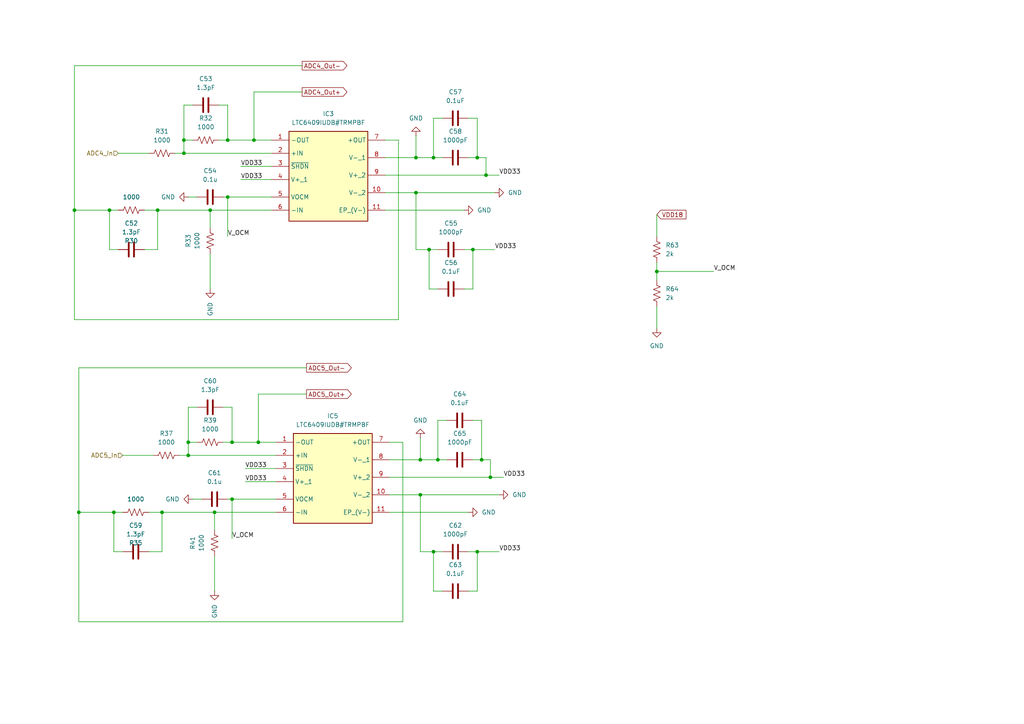
<source format=kicad_sch>
(kicad_sch (version 20231120) (generator "eeschema") (generator_version "8.0")
  (paper "A4")
  (lib_symbols
    (symbol "Device:C" (pin_numbers hide) (pin_names (offset 0.254))
      (property "Reference" "C" (at 0.635 2.54 0))
      (property "Value" "C" (at 0.635 -2.54 0))
      (symbol "C_0_1"
        (polyline (pts (xy -2.032 -0.762) (xy 2.032 -0.762)) (stroke (width 0.508)))
        (polyline (pts (xy -2.032 0.762) (xy 2.032 0.762)) (stroke (width 0.508)))
      )
      (symbol "C_1_1"
        (pin passive line (at 0 3.81 270) (length 2.794) (name "~") (number "1"))
        (pin passive line (at 0 -3.81 90) (length 2.794) (name "~") (number "2"))
      )
    )
    (symbol "Device:R_US" (pin_numbers hide) (pin_names (offset 0))
      (property "Reference" "R" (at 2.54 0 90))
      (property "Value" "R_US" (at -2.54 0 90))
      (symbol "R_US_0_1"
        (polyline (pts (xy 0 -2.286) (xy 0 -2.54)))
        (polyline (pts (xy 0 2.286) (xy 0 2.54)))
        (polyline (pts (xy 0 -0.762) (xy 1.016 -1.143) (xy 0 -1.524) (xy -1.016 -1.905) (xy 0 -2.286)))
        (polyline (pts (xy 0 0.762) (xy 1.016 0.381) (xy 0 0) (xy -1.016 -0.381) (xy 0 -0.762)))
        (polyline (pts (xy 0 2.286) (xy 1.016 1.905) (xy 0 1.524) (xy -1.016 1.143) (xy 0 0.762)))
      )
      (symbol "R_US_1_1"
        (pin passive line (at 0 3.81 270) (length 1.27) (name "~") (number "1"))
        (pin passive line (at 0 -3.81 90) (length 1.27) (name "~") (number "2"))
      )
    )
    (symbol "LTC6409IUDB#TRMPBF_1"
      (property "Reference" "IC" (at 53.34 0 0))
      (property "Value" "LTC6409IUDB#TRMPBF" (at 29.21 1.27 0))
      (symbol "LTC6409IUDB#TRMPBF_1_1_1"
        (rectangle (start 5.08 2.54) (end 27.94 -23.495) (stroke (width 0.254)) (fill (type background)))
        (pin passive line (at 0 0 0) (length 5.08) (name "-OUT") (number "1"))
        (pin passive line (at 33.02 -15.24 180) (length 5.08) (name "V-_2") (number "10"))
        (pin passive line (at 33.02 -20.32 180) (length 5.08) (name "EP_(V-)") (number "11"))
        (pin passive line (at 0 -3.81 0) (length 5.08) (name "+IN") (number "2"))
        (pin passive line (at 0 -7.62 0) (length 5.08) (name "~{SHDN}") (number "3"))
        (pin passive line (at 0 -11.43 0) (length 5.08) (name "V+_1") (number "4"))
        (pin passive line (at 0 -16.51 0) (length 5.08) (name "VOCM") (number "5"))
        (pin passive line (at 0 -20.32 0) (length 5.08) (name "-IN") (number "6"))
        (pin passive line (at 33.02 0 180) (length 5.08) (name "+OUT") (number "7"))
        (pin passive line (at 33.02 -5.08 180) (length 5.08) (name "V-_1") (number "8"))
        (pin passive line (at 33.02 -10.16 180) (length 5.08) (name "V+_2") (number "9"))
      )
    )
    (symbol "power:GND" (power) (pin_numbers hide) (pin_names (offset 0) hide)
      (property "Value" "GND" (at 0 -3.81 0))
      (symbol "GND_0_1"
        (polyline (pts (xy 0 0) (xy 0 -1.27) (xy 1.27 -1.27) (xy 0 -2.54) (xy -1.27 -1.27) (xy 0 -1.27)))
      )
      (symbol "GND_1_1"
        (pin power_in line (at 0 0 270) (length 0) (name "~") (number "1"))
      )
    )
  )
  (junction (at 125.73 45.72))
  (junction (at 22.86 148.59))
  (junction (at 33.02 148.59))
  (junction (at 121.92 133.35))
  (junction (at 53.34 40.64))
  (junction (at 127 133.35))
  (junction (at 62.23 148.59))
  (junction (at 67.31 144.78))
  (junction (at 21.59 60.96))
  (junction (at 66.04 40.64))
  (junction (at 121.92 143.51))
  (junction (at 190.5 78.74))
  (junction (at 120.65 55.88))
  (junction (at 73.66 40.64))
  (junction (at 46.99 148.59))
  (junction (at 74.93 128.27))
  (junction (at 53.34 44.45))
  (junction (at 54.61 132.08))
  (junction (at 67.31 128.27))
  (junction (at 125.73 160.02))
  (junction (at 139.7 133.35))
  (junction (at 124.46 72.39))
  (junction (at 31.75 60.96))
  (junction (at 54.61 128.27))
  (junction (at 120.65 45.72))
  (junction (at 66.04 57.15))
  (junction (at 138.43 45.72))
  (junction (at 45.72 60.96))
  (junction (at 140.97 50.8))
  (junction (at 60.96 60.96))
  (junction (at 137.16 72.39))
  (junction (at 142.24 138.43))
  (junction (at 138.43 160.02))
  (wire (pts (xy 121.92 143.51) (xy 121.92 160.02)))
  (wire (pts (xy 125.73 171.45) (xy 125.73 160.02)))
  (wire (pts (xy 120.65 55.88) (xy 120.65 72.39)))
  (wire (pts (xy 125.73 34.29) (xy 125.73 45.72)))
  (wire (pts (xy 140.97 50.8) (xy 144.78 50.8)))
  (wire (pts (xy 121.92 127) (xy 121.92 133.35)))
  (wire (pts (xy 54.61 118.11) (xy 57.15 118.11)))
  (wire (pts (xy 66.04 57.15) (xy 66.04 68.58)))
  (wire (pts (xy 62.23 171.45) (xy 62.23 161.29)))
  (wire (pts (xy 21.59 60.96) (xy 21.59 19.05)))
  (wire (pts (xy 53.34 44.45) (xy 53.34 40.64)))
  (wire (pts (xy 41.91 60.96) (xy 45.72 60.96)))
  (wire (pts (xy 113.03 138.43) (xy 142.24 138.43)))
  (wire (pts (xy 127 133.35) (xy 129.54 133.35)))
  (wire (pts (xy 67.31 144.78) (xy 67.31 156.21)))
  (wire (pts (xy 121.92 160.02) (xy 125.73 160.02)))
  (wire (pts (xy 121.92 143.51) (xy 144.78 143.51)))
  (wire (pts (xy 116.84 180.34) (xy 22.86 180.34)))
  (wire (pts (xy 128.27 34.29) (xy 125.73 34.29)))
  (wire (pts (xy 53.34 30.48) (xy 55.88 30.48)))
  (wire (pts (xy 134.62 83.82) (xy 137.16 83.82)))
  (wire (pts (xy 74.93 114.3) (xy 88.9 114.3)))
  (wire (pts (xy 190.5 76.2) (xy 190.5 78.74)))
  (wire (pts (xy 64.77 57.15) (xy 66.04 57.15)))
  (wire (pts (xy 127 121.92) (xy 127 133.35)))
  (wire (pts (xy 120.65 72.39) (xy 124.46 72.39)))
  (wire (pts (xy 111.76 55.88) (xy 120.65 55.88)))
  (wire (pts (xy 111.76 40.64) (xy 115.57 40.64)))
  (wire (pts (xy 41.91 72.39) (xy 45.72 72.39)))
  (wire (pts (xy 74.93 128.27) (xy 80.01 128.27)))
  (wire (pts (xy 33.02 148.59) (xy 33.02 160.02)))
  (wire (pts (xy 22.86 148.59) (xy 22.86 106.68)))
  (wire (pts (xy 63.5 30.48) (xy 66.04 30.48)))
  (wire (pts (xy 111.76 45.72) (xy 120.65 45.72)))
  (wire (pts (xy 111.76 50.8) (xy 140.97 50.8)))
  (wire (pts (xy 124.46 72.39) (xy 127 72.39)))
  (wire (pts (xy 60.96 83.82) (xy 60.96 73.66)))
  (wire (pts (xy 21.59 19.05) (xy 87.63 19.05)))
  (wire (pts (xy 62.23 148.59) (xy 80.01 148.59)))
  (wire (pts (xy 115.57 40.64) (xy 115.57 92.71)))
  (wire (pts (xy 142.24 138.43) (xy 146.05 138.43)))
  (wire (pts (xy 135.89 160.02) (xy 138.43 160.02)))
  (wire (pts (xy 139.7 121.92) (xy 139.7 133.35)))
  (wire (pts (xy 55.88 144.78) (xy 58.42 144.78)))
  (wire (pts (xy 43.18 160.02) (xy 46.99 160.02)))
  (wire (pts (xy 137.16 133.35) (xy 139.7 133.35)))
  (wire (pts (xy 71.12 139.7) (xy 80.01 139.7)))
  (wire (pts (xy 138.43 45.72) (xy 140.97 45.72)))
  (wire (pts (xy 50.8 44.45) (xy 53.34 44.45)))
  (wire (pts (xy 113.03 128.27) (xy 116.84 128.27)))
  (wire (pts (xy 140.97 45.72) (xy 140.97 50.8)))
  (wire (pts (xy 35.56 160.02) (xy 33.02 160.02)))
  (wire (pts (xy 69.85 52.07) (xy 78.74 52.07)))
  (wire (pts (xy 138.43 160.02) (xy 144.78 160.02)))
  (wire (pts (xy 60.96 60.96) (xy 78.74 60.96)))
  (wire (pts (xy 135.89 45.72) (xy 138.43 45.72)))
  (wire (pts (xy 54.61 132.08) (xy 80.01 132.08)))
  (wire (pts (xy 115.57 92.71) (xy 21.59 92.71)))
  (wire (pts (xy 64.77 128.27) (xy 67.31 128.27)))
  (wire (pts (xy 45.72 60.96) (xy 45.72 72.39)))
  (wire (pts (xy 67.31 128.27) (xy 74.93 128.27)))
  (wire (pts (xy 46.99 148.59) (xy 46.99 160.02)))
  (wire (pts (xy 125.73 45.72) (xy 128.27 45.72)))
  (wire (pts (xy 67.31 144.78) (xy 80.01 144.78)))
  (wire (pts (xy 135.89 171.45) (xy 138.43 171.45)))
  (wire (pts (xy 190.5 62.23) (xy 190.5 68.58)))
  (wire (pts (xy 35.56 148.59) (xy 33.02 148.59)))
  (wire (pts (xy 31.75 60.96) (xy 31.75 72.39)))
  (wire (pts (xy 22.86 148.59) (xy 33.02 148.59)))
  (wire (pts (xy 21.59 60.96) (xy 21.59 92.71)))
  (wire (pts (xy 52.07 132.08) (xy 54.61 132.08)))
  (wire (pts (xy 73.66 40.64) (xy 78.74 40.64)))
  (wire (pts (xy 190.5 78.74) (xy 190.5 81.28)))
  (wire (pts (xy 121.92 133.35) (xy 127 133.35)))
  (wire (pts (xy 69.85 48.26) (xy 78.74 48.26)))
  (wire (pts (xy 128.27 171.45) (xy 125.73 171.45)))
  (wire (pts (xy 111.76 60.96) (xy 134.62 60.96)))
  (wire (pts (xy 120.65 45.72) (xy 125.73 45.72)))
  (wire (pts (xy 54.61 132.08) (xy 54.61 128.27)))
  (wire (pts (xy 74.93 128.27) (xy 74.93 114.3)))
  (wire (pts (xy 190.5 88.9) (xy 190.5 95.25)))
  (wire (pts (xy 60.96 66.04) (xy 60.96 60.96)))
  (wire (pts (xy 137.16 83.82) (xy 137.16 72.39)))
  (wire (pts (xy 21.59 60.96) (xy 31.75 60.96)))
  (wire (pts (xy 113.03 148.59) (xy 135.89 148.59)))
  (wire (pts (xy 116.84 128.27) (xy 116.84 180.34)))
  (wire (pts (xy 113.03 133.35) (xy 121.92 133.35)))
  (wire (pts (xy 35.56 132.08) (xy 44.45 132.08)))
  (wire (pts (xy 142.24 133.35) (xy 142.24 138.43)))
  (wire (pts (xy 127 83.82) (xy 124.46 83.82)))
  (wire (pts (xy 34.29 60.96) (xy 31.75 60.96)))
  (wire (pts (xy 54.61 57.15) (xy 57.15 57.15)))
  (wire (pts (xy 54.61 128.27) (xy 57.15 128.27)))
  (wire (pts (xy 66.04 40.64) (xy 73.66 40.64)))
  (wire (pts (xy 67.31 118.11) (xy 67.31 128.27)))
  (wire (pts (xy 120.65 39.37) (xy 120.65 45.72)))
  (wire (pts (xy 125.73 160.02) (xy 128.27 160.02)))
  (wire (pts (xy 73.66 40.64) (xy 73.66 26.67)))
  (wire (pts (xy 66.04 57.15) (xy 78.74 57.15)))
  (wire (pts (xy 22.86 148.59) (xy 22.86 180.34)))
  (wire (pts (xy 134.62 72.39) (xy 137.16 72.39)))
  (wire (pts (xy 129.54 121.92) (xy 127 121.92)))
  (wire (pts (xy 137.16 72.39) (xy 143.51 72.39)))
  (wire (pts (xy 71.12 135.89) (xy 80.01 135.89)))
  (wire (pts (xy 62.23 153.67) (xy 62.23 148.59)))
  (wire (pts (xy 64.77 118.11) (xy 67.31 118.11)))
  (wire (pts (xy 113.03 143.51) (xy 121.92 143.51)))
  (wire (pts (xy 138.43 34.29) (xy 138.43 45.72)))
  (wire (pts (xy 53.34 44.45) (xy 78.74 44.45)))
  (wire (pts (xy 46.99 148.59) (xy 62.23 148.59)))
  (wire (pts (xy 124.46 83.82) (xy 124.46 72.39)))
  (wire (pts (xy 73.66 26.67) (xy 87.63 26.67)))
  (wire (pts (xy 34.29 72.39) (xy 31.75 72.39)))
  (wire (pts (xy 53.34 30.48) (xy 53.34 40.64)))
  (wire (pts (xy 54.61 118.11) (xy 54.61 128.27)))
  (wire (pts (xy 22.86 106.68) (xy 88.9 106.68)))
  (wire (pts (xy 34.29 44.45) (xy 43.18 44.45)))
  (wire (pts (xy 53.34 40.64) (xy 55.88 40.64)))
  (wire (pts (xy 66.04 30.48) (xy 66.04 40.64)))
  (wire (pts (xy 190.5 78.74) (xy 207.01 78.74)))
  (wire (pts (xy 137.16 121.92) (xy 139.7 121.92)))
  (wire (pts (xy 138.43 171.45) (xy 138.43 160.02)))
  (wire (pts (xy 120.65 55.88) (xy 143.51 55.88)))
  (wire (pts (xy 139.7 133.35) (xy 142.24 133.35)))
  (wire (pts (xy 66.04 144.78) (xy 67.31 144.78)))
  (wire (pts (xy 45.72 60.96) (xy 60.96 60.96)))
  (wire (pts (xy 43.18 148.59) (xy 46.99 148.59)))
  (wire (pts (xy 63.5 40.64) (xy 66.04 40.64)))
  (wire (pts (xy 135.89 34.29) (xy 138.43 34.29)))
  (label "VDD33" (at 146.05 138.43 0))
  (label "VDD33" (at 69.85 48.26 0))
  (label "V_OCM" (at 67.31 156.21 0))
  (label "V_OCM" (at 66.04 68.58 0))
  (label "VDD33" (at 143.51 72.39 0))
  (label "VDD33" (at 71.12 139.7 0))
  (label "V_OCM" (at 207.01 78.74 0))
  (label "VDD33" (at 144.78 50.8 0))
  (label "VDD33" (at 69.85 52.07 0))
  (label "VDD33" (at 71.12 135.89 0))
  (label "VDD33" (at 144.78 160.02 0))
  (global_label "ADC4_Out-" (shape output) (at 87.63 19.05 0) (property "Intersheetrefs" "${INTERSHEET_REFS}" (effects (hide yes))))
  (global_label "ADC5_Out+" (shape output) (at 88.9 114.3 0) (property "Intersheetrefs" "${INTERSHEET_REFS}" (effects (hide yes))))
  (global_label "ADC5_Out-" (shape output) (at 88.9 106.68 0) (property "Intersheetrefs" "${INTERSHEET_REFS}" (effects (hide yes))))
  (global_label "ADC4_Out+" (shape output) (at 87.63 26.67 0) (property "Intersheetrefs" "${INTERSHEET_REFS}" (effects (hide yes))))
  (global_label "VDD18" (shape input) (at 190.5 62.23 0) (property "Intersheetrefs" "${INTERSHEET_REFS}" (effects (hide yes))))
  (hierarchical_label "ADC5_In" (shape input) (at 35.56 132.08 180))
  (hierarchical_label "ADC4_In" (shape input) (at 34.29 44.45 180))
  (symbol (lib_id "Device:R_US") (at 59.69 40.64 270) (unit 1)
    (property "Reference" "R32" (at 59.69 34.29 90))
    (property "Value" "1000" (at 59.69 36.83 90))
    (property "Footprint" "Resistor_SMD:R_0603_1608Metric" (effects (hide yes)))
    (property "Description" "Resistor, US symbol" (effects (hide yes)))
  )
  (symbol (lib_id "Device:C") (at 132.08 160.02 90) (unit 1)
    (property "Reference" "C62" (at 132.08 152.4 90))
    (property "Value" "1000pF" (at 132.08 154.94 90))
    (property "Footprint" "Capacitor_SMD:C_0603_1608Metric" (effects (hide yes)))
    (property "Description" "Unpolarized capacitor" (effects (hide yes)))
  )
  (symbol (lib_id "Device:R_US") (at 60.96 69.85 0) (unit 1)
    (property "Reference" "R33" (at 54.61 69.85 90))
    (property "Value" "1000" (at 57.15 69.85 90))
    (property "Footprint" "Resistor_SMD:R_0603_1608Metric" (effects (hide yes)))
    (property "Description" "Resistor, US symbol" (effects (hide yes)))
  )
  (symbol (lib_id "power:GND") (at 60.96 83.82 0) (unit 1)
    (property "Reference" "#PWR057" (effects (hide yes)))
    (property "Value" "GND" (at 60.9599 87.63 90) (effects (justify right)))
    (property "Description" "Power symbol creates a global label with name \"GND\" , ground" (effects (hide yes)))
  )
  (symbol (lib_id "power:GND") (at 62.23 171.45 0) (unit 1)
    (property "Reference" "#PWR063" (effects (hide yes)))
    (property "Value" "GND" (at 62.2299 175.26 90) (effects (justify right)))
    (property "Description" "Power symbol creates a global label with name \"GND\" , ground" (effects (hide yes)))
  )
  (symbol (lib_id "Device:R_US") (at 62.23 157.48 0) (unit 1)
    (property "Reference" "R41" (at 55.88 157.48 90))
    (property "Value" "1000" (at 58.42 157.48 90))
    (property "Footprint" "Resistor_SMD:R_0603_1608Metric" (effects (hide yes)))
    (property "Description" "Resistor, US symbol" (effects (hide yes)))
  )
  (symbol (lib_id "Device:R_US") (at 60.96 128.27 270) (unit 1)
    (property "Reference" "R39" (at 60.96 121.92 90))
    (property "Value" "1000" (at 60.96 124.46 90))
    (property "Footprint" "Resistor_SMD:R_0603_1608Metric" (effects (hide yes)))
    (property "Description" "Resistor, US symbol" (effects (hide yes)))
  )
  (symbol (lib_id "Device:R_US") (at 39.37 148.59 270) (unit 1)
    (property "Reference" "R35" (at 39.37 157.48 90))
    (property "Value" "1000" (at 39.37 144.78 90))
    (property "Footprint" "Resistor_SMD:R_0603_1608Metric" (effects (hide yes)))
    (property "Description" "Resistor, US symbol" (effects (hide yes)))
  )
  (symbol (lib_id "power:GND") (at 120.65 39.37 180) (unit 1)
    (property "Reference" "#PWR058" (effects (hide yes)))
    (property "Value" "GND" (at 120.65 34.29 0))
    (property "Description" "Power symbol creates a global label with name \"GND\" , ground" (effects (hide yes)))
  )
  (symbol (lib_id "Device:C") (at 130.81 83.82 90) (unit 1)
    (property "Reference" "C56" (at 130.81 76.2 90))
    (property "Value" "0.1uF" (at 130.81 78.74 90))
    (property "Footprint" "Capacitor_SMD:C_0603_1608Metric" (effects (hide yes)))
    (property "Description" "Unpolarized capacitor" (effects (hide yes)))
  )
  (symbol (lib_id "power:GND") (at 143.51 55.88 90) (unit 1)
    (property "Reference" "#PWR061" (effects (hide yes)))
    (property "Value" "GND" (at 147.32 55.8799 90) (effects (justify right)))
    (property "Description" "Power symbol creates a global label with name \"GND\" , ground" (effects (hide yes)))
  )
  (symbol (lib_id "Device:C") (at 39.37 160.02 90) (unit 1)
    (property "Reference" "C59" (at 39.37 152.4 90))
    (property "Value" "1.3pF" (at 39.37 154.94 90))
    (property "Footprint" "Capacitor_SMD:C_0603_1608Metric" (effects (hide yes)))
    (property "Description" "Unpolarized capacitor" (effects (hide yes)))
  )
  (symbol (lib_id "power:GND") (at 135.89 148.59 90) (unit 1)
    (property "Reference" "#PWR065" (effects (hide yes)))
    (property "Value" "GND" (at 139.7 148.5899 90) (effects (justify right)))
    (property "Description" "Power symbol creates a global label with name \"GND\" , ground" (effects (hide yes)))
  )
  (symbol (lib_id "Device:C") (at 133.35 121.92 90) (unit 1)
    (property "Reference" "C64" (at 133.35 114.3 90))
    (property "Value" "0.1uF" (at 133.35 116.84 90))
    (property "Footprint" "Capacitor_SMD:C_0603_1608Metric" (effects (hide yes)))
    (property "Description" "Unpolarized capacitor" (effects (hide yes)))
  )
  (symbol (lib_id "Device:R_US") (at 190.5 72.39 0) (unit 1)
    (property "Reference" "R63" (at 193.04 71.1199 0) (effects (justify left)))
    (property "Value" "2k" (at 193.04 73.6599 0) (effects (justify left)))
    (property "Footprint" "Resistor_SMD:R_0603_1608Metric" (effects (hide yes)))
    (property "Description" "Resistor, US symbol" (effects (hide yes)))
  )
  (symbol (lib_name "LTC6409IUDB#TRMPBF_1") (lib_id "LTC6409IUDB#TRMPBF:LTC6409IUDB#TRMPBF") (at 78.74 40.64 0) (unit 1)
    (property "Reference" "IC3" (at 95.25 33.02 0))
    (property "Value" "LTC6409IUDB#TRMPBF" (at 95.25 35.56 0))
    (property "Footprint" "LTC6409IUDB_TRMPBF:QFN-10_UDB_LIT" (effects (hide yes)))
    (property "Datasheet" "https://www.analog.com/media/en/technical-documentation/data-sheets/6409fb.pdf" (effects (hide yes)))
    (property "Description" "High Speed Operational Amplifiers 10GHz GBW 1.1nV/rtHz Differential Amp" (effects (hide yes)))
    (property "Height" "0.85" (effects (hide yes)))
    (property "Mouser Part Number" "584-C6409IUDBTRMPBF" (effects (hide yes)))
    (property "Mouser Price/Stock" "https://www.mouser.co.uk/ProductDetail/Analog-Devices/LTC6409IUDBTRMPBF?qs=hVkxg5c3xu%252BCxcBUxz33zw%3D%3D" (effects (hide yes)))
    (property "Manufacturer_Name" "Analog Devices" (effects (hide yes)))
    (property "Manufacturer_Part_Number" "LTC6409IUDB#TRMPBF" (effects (hide yes)))
  )
  (symbol (lib_id "Device:R_US") (at 46.99 44.45 270) (unit 1)
    (property "Reference" "R31" (at 46.99 38.1 90))
    (property "Value" "1000" (at 46.99 40.64 90))
    (property "Footprint" "Resistor_SMD:R_0603_1608Metric" (effects (hide yes)))
    (property "Description" "Resistor, US symbol" (effects (hide yes)))
  )
  (symbol (lib_id "Device:C") (at 59.69 30.48 90) (unit 1)
    (property "Reference" "C53" (at 59.69 22.86 90))
    (property "Value" "1.3pF" (at 59.69 25.4 90))
    (property "Footprint" "Capacitor_SMD:C_0603_1608Metric" (effects (hide yes)))
    (property "Description" "Unpolarized capacitor" (effects (hide yes)))
  )
  (symbol (lib_id "power:GND") (at 54.61 57.15 270) (unit 1)
    (property "Reference" "#PWR056" (effects (hide yes)))
    (property "Value" "GND" (at 50.8 57.1499 90) (effects (justify right)))
    (property "Description" "Power symbol creates a global label with name \"GND\" , ground" (effects (hide yes)))
  )
  (symbol (lib_id "power:GND") (at 190.5 95.25 0) (unit 1)
    (property "Reference" "#PWR047" (effects (hide yes)))
    (property "Value" "GND" (at 190.5 100.33 0))
    (property "Description" "Power symbol creates a global label with name \"GND\" , ground" (effects (hide yes)))
  )
  (symbol (lib_id "Device:C") (at 60.96 57.15 270) (unit 1)
    (property "Reference" "C54" (at 60.96 49.53 90))
    (property "Value" "0.1u" (at 60.96 52.07 90))
    (property "Footprint" "Capacitor_SMD:C_0603_1608Metric" (effects (hide yes)))
    (property "Description" "Unpolarized capacitor" (effects (hide yes)))
  )
  (symbol (lib_id "power:GND") (at 134.62 60.96 90) (unit 1)
    (property "Reference" "#PWR060" (effects (hide yes)))
    (property "Value" "GND" (at 138.43 60.9599 90) (effects (justify right)))
    (property "Description" "Power symbol creates a global label with name \"GND\" , ground" (effects (hide yes)))
  )
  (symbol (lib_id "power:GND") (at 144.78 143.51 90) (unit 1)
    (property "Reference" "#PWR068" (effects (hide yes)))
    (property "Value" "GND" (at 148.59 143.5099 90) (effects (justify right)))
    (property "Description" "Power symbol creates a global label with name \"GND\" , ground" (effects (hide yes)))
  )
  (symbol (lib_id "power:GND") (at 55.88 144.78 270) (unit 1)
    (property "Reference" "#PWR062" (effects (hide yes)))
    (property "Value" "GND" (at 52.07 144.7799 90) (effects (justify right)))
    (property "Description" "Power symbol creates a global label with name \"GND\" , ground" (effects (hide yes)))
  )
  (symbol (lib_id "Device:R_US") (at 190.5 85.09 0) (unit 1)
    (property "Reference" "R64" (at 193.04 83.8199 0) (effects (justify left)))
    (property "Value" "2k" (at 193.04 86.3599 0) (effects (justify left)))
    (property "Footprint" "Resistor_SMD:R_0603_1608Metric" (effects (hide yes)))
    (property "Description" "Resistor, US symbol" (effects (hide yes)))
  )
  (symbol (lib_name "LTC6409IUDB#TRMPBF_1") (lib_id "LTC6409IUDB#TRMPBF:LTC6409IUDB#TRMPBF") (at 80.01 128.27 0) (unit 1)
    (property "Reference" "IC5" (at 96.52 120.65 0))
    (property "Value" "LTC6409IUDB#TRMPBF" (at 96.52 123.19 0))
    (property "Footprint" "LTC6409IUDB_TRMPBF:QFN-10_UDB_LIT" (effects (hide yes)))
    (property "Datasheet" "https://www.analog.com/media/en/technical-documentation/data-sheets/6409fb.pdf" (effects (hide yes)))
    (property "Description" "High Speed Operational Amplifiers 10GHz GBW 1.1nV/rtHz Differential Amp" (effects (hide yes)))
    (property "Height" "0.85" (effects (hide yes)))
    (property "Mouser Part Number" "584-C6409IUDBTRMPBF" (effects (hide yes)))
    (property "Mouser Price/Stock" "https://www.mouser.co.uk/ProductDetail/Analog-Devices/LTC6409IUDBTRMPBF?qs=hVkxg5c3xu%252BCxcBUxz33zw%3D%3D" (effects (hide yes)))
    (property "Manufacturer_Name" "Analog Devices" (effects (hide yes)))
    (property "Manufacturer_Part_Number" "LTC6409IUDB#TRMPBF" (effects (hide yes)))
  )
  (symbol (lib_id "Device:C") (at 38.1 72.39 90) (unit 1)
    (property "Reference" "C52" (at 38.1 64.77 90))
    (property "Value" "1.3pF" (at 38.1 67.31 90))
    (property "Footprint" "Capacitor_SMD:C_0603_1608Metric" (effects (hide yes)))
    (property "Description" "Unpolarized capacitor" (effects (hide yes)))
  )
  (symbol (lib_id "Device:C") (at 130.81 72.39 90) (unit 1)
    (property "Reference" "C55" (at 130.81 64.77 90))
    (property "Value" "1000pF" (at 130.81 67.31 90))
    (property "Footprint" "Capacitor_SMD:C_0603_1608Metric" (effects (hide yes)))
    (property "Description" "Unpolarized capacitor" (effects (hide yes)))
  )
  (symbol (lib_id "power:GND") (at 121.92 127 180) (unit 1)
    (property "Reference" "#PWR064" (effects (hide yes)))
    (property "Value" "GND" (at 121.92 121.92 0))
    (property "Description" "Power symbol creates a global label with name \"GND\" , ground" (effects (hide yes)))
  )
  (symbol (lib_id "Device:C") (at 132.08 45.72 90) (unit 1)
    (property "Reference" "C58" (at 132.08 38.1 90))
    (property "Value" "1000pF" (at 132.08 40.64 90))
    (property "Footprint" "Capacitor_SMD:C_0603_1608Metric" (effects (hide yes)))
    (property "Description" "Unpolarized capacitor" (effects (hide yes)))
  )
  (symbol (lib_id "Device:R_US") (at 48.26 132.08 270) (unit 1)
    (property "Reference" "R37" (at 48.26 125.73 90))
    (property "Value" "1000" (at 48.26 128.27 90))
    (property "Footprint" "Resistor_SMD:R_0603_1608Metric" (effects (hide yes)))
    (property "Description" "Resistor, US symbol" (effects (hide yes)))
  )
  (symbol (lib_id "Device:C") (at 60.96 118.11 90) (unit 1)
    (property "Reference" "C60" (at 60.96 110.49 90))
    (property "Value" "1.3pF" (at 60.96 113.03 90))
    (property "Footprint" "Capacitor_SMD:C_0603_1608Metric" (effects (hide yes)))
    (property "Description" "Unpolarized capacitor" (effects (hide yes)))
  )
  (symbol (lib_id "Device:C") (at 132.08 34.29 90) (unit 1)
    (property "Reference" "C57" (at 132.08 26.67 90))
    (property "Value" "0.1uF" (at 132.08 29.21 90))
    (property "Footprint" "Capacitor_SMD:C_0603_1608Metric" (effects (hide yes)))
    (property "Description" "Unpolarized capacitor" (effects (hide yes)))
  )
  (symbol (lib_id "Device:C") (at 132.08 171.45 90) (unit 1)
    (property "Reference" "C63" (at 132.08 163.83 90))
    (property "Value" "0.1uF" (at 132.08 166.37 90))
    (property "Footprint" "Capacitor_SMD:C_0603_1608Metric" (effects (hide yes)))
    (property "Description" "Unpolarized capacitor" (effects (hide yes)))
  )
  (symbol (lib_id "Device:C") (at 62.23 144.78 270) (unit 1)
    (property "Reference" "C61" (at 62.23 137.16 90))
    (property "Value" "0.1u" (at 62.23 139.7 90))
    (property "Footprint" "Capacitor_SMD:C_0603_1608Metric" (effects (hide yes)))
    (property "Description" "Unpolarized capacitor" (effects (hide yes)))
  )
  (symbol (lib_id "Device:R_US") (at 38.1 60.96 270) (unit 1)
    (property "Reference" "R30" (at 38.1 69.85 90))
    (property "Value" "1000" (at 38.1 57.15 90))
    (property "Footprint" "Resistor_SMD:R_0603_1608Metric" (effects (hide yes)))
    (property "Description" "Resistor, US symbol" (effects (hide yes)))
  )
  (symbol (lib_id "Device:C") (at 133.35 133.35 90) (unit 1)
    (property "Reference" "C65" (at 133.35 125.73 90))
    (property "Value" "1000pF" (at 133.35 128.27 90))
    (property "Footprint" "Capacitor_SMD:C_0603_1608Metric" (effects (hide yes)))
    (property "Description" "Unpolarized capacitor" (effects (hide yes)))
  )
)
</source>
